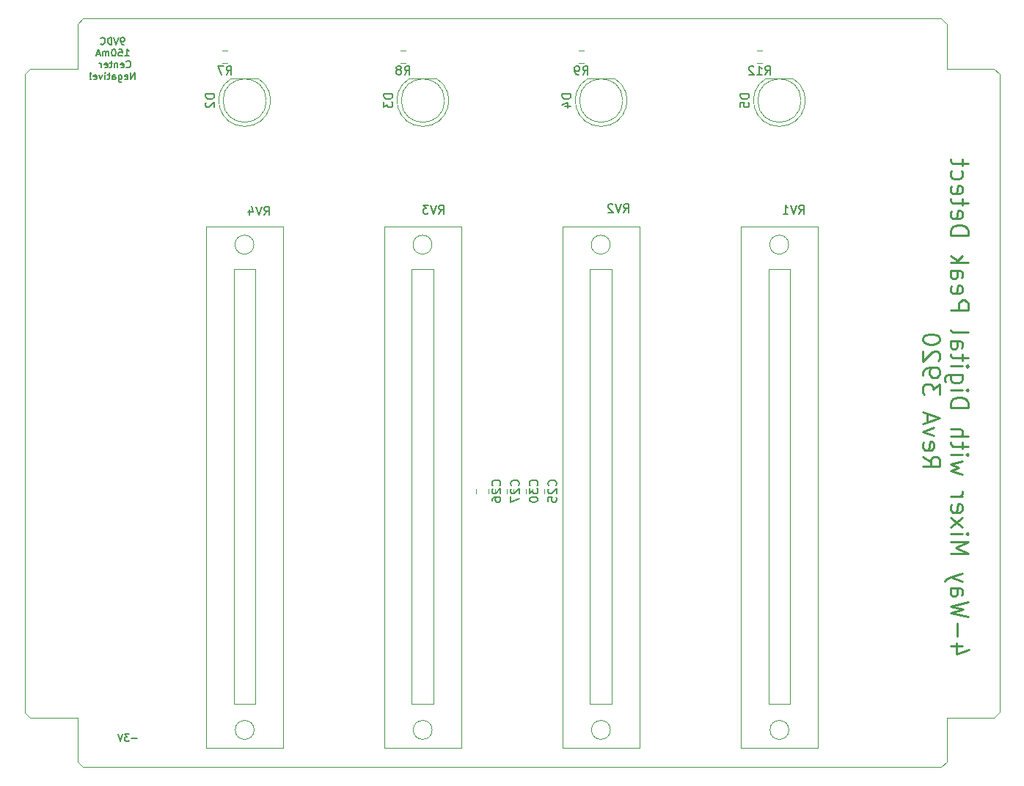
<source format=gbr>
%TF.GenerationSoftware,KiCad,Pcbnew,(5.1.6-0-10_14)*%
%TF.CreationDate,2020-09-25T11:35:30+01:00*%
%TF.ProjectId,DigitalMixerPedal,44696769-7461-46c4-9d69-786572506564,rev?*%
%TF.SameCoordinates,Original*%
%TF.FileFunction,Legend,Bot*%
%TF.FilePolarity,Positive*%
%FSLAX46Y46*%
G04 Gerber Fmt 4.6, Leading zero omitted, Abs format (unit mm)*
G04 Created by KiCad (PCBNEW (5.1.6-0-10_14)) date 2020-09-25 11:35:30*
%MOMM*%
%LPD*%
G01*
G04 APERTURE LIST*
%ADD10C,0.150000*%
%ADD11C,0.250000*%
%TA.AperFunction,Profile*%
%ADD12C,0.050000*%
%TD*%
%ADD13C,0.120000*%
G04 APERTURE END LIST*
D10*
X55130571Y-137661642D02*
X54521047Y-137661642D01*
X54216285Y-137166404D02*
X53721047Y-137166404D01*
X53987714Y-137471166D01*
X53873428Y-137471166D01*
X53797238Y-137509261D01*
X53759142Y-137547357D01*
X53721047Y-137623547D01*
X53721047Y-137814023D01*
X53759142Y-137890214D01*
X53797238Y-137928309D01*
X53873428Y-137966404D01*
X54102000Y-137966404D01*
X54178190Y-137928309D01*
X54216285Y-137890214D01*
X53492476Y-137166404D02*
X53225809Y-137966404D01*
X52959142Y-137166404D01*
D11*
X150389571Y-126964714D02*
X149056238Y-126964714D01*
X151151476Y-127440904D02*
X149722904Y-127917095D01*
X149722904Y-126679000D01*
X149818142Y-125917095D02*
X149818142Y-124393285D01*
X151056238Y-123631380D02*
X149056238Y-123155190D01*
X150484809Y-122774238D01*
X149056238Y-122393285D01*
X151056238Y-121917095D01*
X149056238Y-120298047D02*
X150103857Y-120298047D01*
X150294333Y-120393285D01*
X150389571Y-120583761D01*
X150389571Y-120964714D01*
X150294333Y-121155190D01*
X149151476Y-120298047D02*
X149056238Y-120488523D01*
X149056238Y-120964714D01*
X149151476Y-121155190D01*
X149341952Y-121250428D01*
X149532428Y-121250428D01*
X149722904Y-121155190D01*
X149818142Y-120964714D01*
X149818142Y-120488523D01*
X149913380Y-120298047D01*
X150389571Y-119536142D02*
X149056238Y-119059952D01*
X150389571Y-118583761D02*
X149056238Y-119059952D01*
X148580047Y-119250428D01*
X148484809Y-119345666D01*
X148389571Y-119536142D01*
X149056238Y-116298047D02*
X151056238Y-116298047D01*
X149627666Y-115631380D01*
X151056238Y-114964714D01*
X149056238Y-114964714D01*
X149056238Y-114012333D02*
X150389571Y-114012333D01*
X151056238Y-114012333D02*
X150961000Y-114107571D01*
X150865761Y-114012333D01*
X150961000Y-113917095D01*
X151056238Y-114012333D01*
X150865761Y-114012333D01*
X149056238Y-113250428D02*
X150389571Y-112202809D01*
X150389571Y-113250428D02*
X149056238Y-112202809D01*
X149151476Y-110679000D02*
X149056238Y-110869476D01*
X149056238Y-111250428D01*
X149151476Y-111440904D01*
X149341952Y-111536142D01*
X150103857Y-111536142D01*
X150294333Y-111440904D01*
X150389571Y-111250428D01*
X150389571Y-110869476D01*
X150294333Y-110679000D01*
X150103857Y-110583761D01*
X149913380Y-110583761D01*
X149722904Y-111536142D01*
X149056238Y-109726619D02*
X150389571Y-109726619D01*
X150008619Y-109726619D02*
X150199095Y-109631380D01*
X150294333Y-109536142D01*
X150389571Y-109345666D01*
X150389571Y-109155190D01*
X150389571Y-107155190D02*
X149056238Y-106774238D01*
X150008619Y-106393285D01*
X149056238Y-106012333D01*
X150389571Y-105631380D01*
X149056238Y-104869476D02*
X150389571Y-104869476D01*
X151056238Y-104869476D02*
X150961000Y-104964714D01*
X150865761Y-104869476D01*
X150961000Y-104774238D01*
X151056238Y-104869476D01*
X150865761Y-104869476D01*
X150389571Y-104202809D02*
X150389571Y-103440904D01*
X151056238Y-103917095D02*
X149341952Y-103917095D01*
X149151476Y-103821857D01*
X149056238Y-103631380D01*
X149056238Y-103440904D01*
X149056238Y-102774238D02*
X151056238Y-102774238D01*
X149056238Y-101917095D02*
X150103857Y-101917095D01*
X150294333Y-102012333D01*
X150389571Y-102202809D01*
X150389571Y-102488523D01*
X150294333Y-102679000D01*
X150199095Y-102774238D01*
X149056238Y-99440904D02*
X151056238Y-99440904D01*
X151056238Y-98964714D01*
X150961000Y-98679000D01*
X150770523Y-98488523D01*
X150580047Y-98393285D01*
X150199095Y-98298047D01*
X149913380Y-98298047D01*
X149532428Y-98393285D01*
X149341952Y-98488523D01*
X149151476Y-98679000D01*
X149056238Y-98964714D01*
X149056238Y-99440904D01*
X149056238Y-97440904D02*
X150389571Y-97440904D01*
X151056238Y-97440904D02*
X150961000Y-97536142D01*
X150865761Y-97440904D01*
X150961000Y-97345666D01*
X151056238Y-97440904D01*
X150865761Y-97440904D01*
X150389571Y-95631380D02*
X148770523Y-95631380D01*
X148580047Y-95726619D01*
X148484809Y-95821857D01*
X148389571Y-96012333D01*
X148389571Y-96298047D01*
X148484809Y-96488523D01*
X149151476Y-95631380D02*
X149056238Y-95821857D01*
X149056238Y-96202809D01*
X149151476Y-96393285D01*
X149246714Y-96488523D01*
X149437190Y-96583761D01*
X150008619Y-96583761D01*
X150199095Y-96488523D01*
X150294333Y-96393285D01*
X150389571Y-96202809D01*
X150389571Y-95821857D01*
X150294333Y-95631380D01*
X149056238Y-94679000D02*
X150389571Y-94679000D01*
X151056238Y-94679000D02*
X150961000Y-94774238D01*
X150865761Y-94679000D01*
X150961000Y-94583761D01*
X151056238Y-94679000D01*
X150865761Y-94679000D01*
X150389571Y-94012333D02*
X150389571Y-93250428D01*
X151056238Y-93726619D02*
X149341952Y-93726619D01*
X149151476Y-93631380D01*
X149056238Y-93440904D01*
X149056238Y-93250428D01*
X149056238Y-91726619D02*
X150103857Y-91726619D01*
X150294333Y-91821857D01*
X150389571Y-92012333D01*
X150389571Y-92393285D01*
X150294333Y-92583761D01*
X149151476Y-91726619D02*
X149056238Y-91917095D01*
X149056238Y-92393285D01*
X149151476Y-92583761D01*
X149341952Y-92679000D01*
X149532428Y-92679000D01*
X149722904Y-92583761D01*
X149818142Y-92393285D01*
X149818142Y-91917095D01*
X149913380Y-91726619D01*
X149056238Y-90488523D02*
X149151476Y-90679000D01*
X149341952Y-90774238D01*
X151056238Y-90774238D01*
X149056238Y-88202809D02*
X151056238Y-88202809D01*
X151056238Y-87440904D01*
X150961000Y-87250428D01*
X150865761Y-87155190D01*
X150675285Y-87059952D01*
X150389571Y-87059952D01*
X150199095Y-87155190D01*
X150103857Y-87250428D01*
X150008619Y-87440904D01*
X150008619Y-88202809D01*
X149151476Y-85440904D02*
X149056238Y-85631380D01*
X149056238Y-86012333D01*
X149151476Y-86202809D01*
X149341952Y-86298047D01*
X150103857Y-86298047D01*
X150294333Y-86202809D01*
X150389571Y-86012333D01*
X150389571Y-85631380D01*
X150294333Y-85440904D01*
X150103857Y-85345666D01*
X149913380Y-85345666D01*
X149722904Y-86298047D01*
X149056238Y-83631380D02*
X150103857Y-83631380D01*
X150294333Y-83726619D01*
X150389571Y-83917095D01*
X150389571Y-84298047D01*
X150294333Y-84488523D01*
X149151476Y-83631380D02*
X149056238Y-83821857D01*
X149056238Y-84298047D01*
X149151476Y-84488523D01*
X149341952Y-84583761D01*
X149532428Y-84583761D01*
X149722904Y-84488523D01*
X149818142Y-84298047D01*
X149818142Y-83821857D01*
X149913380Y-83631380D01*
X149056238Y-82679000D02*
X151056238Y-82679000D01*
X149818142Y-82488523D02*
X149056238Y-81917095D01*
X150389571Y-81917095D02*
X149627666Y-82679000D01*
X149056238Y-79536142D02*
X151056238Y-79536142D01*
X151056238Y-79059952D01*
X150961000Y-78774238D01*
X150770523Y-78583761D01*
X150580047Y-78488523D01*
X150199095Y-78393285D01*
X149913380Y-78393285D01*
X149532428Y-78488523D01*
X149341952Y-78583761D01*
X149151476Y-78774238D01*
X149056238Y-79059952D01*
X149056238Y-79536142D01*
X149151476Y-76774238D02*
X149056238Y-76964714D01*
X149056238Y-77345666D01*
X149151476Y-77536142D01*
X149341952Y-77631380D01*
X150103857Y-77631380D01*
X150294333Y-77536142D01*
X150389571Y-77345666D01*
X150389571Y-76964714D01*
X150294333Y-76774238D01*
X150103857Y-76679000D01*
X149913380Y-76679000D01*
X149722904Y-77631380D01*
X150389571Y-76107571D02*
X150389571Y-75345666D01*
X151056238Y-75821857D02*
X149341952Y-75821857D01*
X149151476Y-75726619D01*
X149056238Y-75536142D01*
X149056238Y-75345666D01*
X149151476Y-73917095D02*
X149056238Y-74107571D01*
X149056238Y-74488523D01*
X149151476Y-74679000D01*
X149341952Y-74774238D01*
X150103857Y-74774238D01*
X150294333Y-74679000D01*
X150389571Y-74488523D01*
X150389571Y-74107571D01*
X150294333Y-73917095D01*
X150103857Y-73821857D01*
X149913380Y-73821857D01*
X149722904Y-74774238D01*
X149151476Y-72107571D02*
X149056238Y-72298047D01*
X149056238Y-72679000D01*
X149151476Y-72869476D01*
X149246714Y-72964714D01*
X149437190Y-73059952D01*
X150008619Y-73059952D01*
X150199095Y-72964714D01*
X150294333Y-72869476D01*
X150389571Y-72679000D01*
X150389571Y-72298047D01*
X150294333Y-72107571D01*
X150389571Y-71536142D02*
X150389571Y-70774238D01*
X151056238Y-71250428D02*
X149341952Y-71250428D01*
X149151476Y-71155190D01*
X149056238Y-70964714D01*
X149056238Y-70774238D01*
X145806238Y-105107571D02*
X146758619Y-105774238D01*
X145806238Y-106250428D02*
X147806238Y-106250428D01*
X147806238Y-105488523D01*
X147711000Y-105298047D01*
X147615761Y-105202809D01*
X147425285Y-105107571D01*
X147139571Y-105107571D01*
X146949095Y-105202809D01*
X146853857Y-105298047D01*
X146758619Y-105488523D01*
X146758619Y-106250428D01*
X145901476Y-103488523D02*
X145806238Y-103679000D01*
X145806238Y-104059952D01*
X145901476Y-104250428D01*
X146091952Y-104345666D01*
X146853857Y-104345666D01*
X147044333Y-104250428D01*
X147139571Y-104059952D01*
X147139571Y-103679000D01*
X147044333Y-103488523D01*
X146853857Y-103393285D01*
X146663380Y-103393285D01*
X146472904Y-104345666D01*
X147139571Y-102726619D02*
X145806238Y-102250428D01*
X147139571Y-101774238D01*
X146377666Y-101107571D02*
X146377666Y-100155190D01*
X145806238Y-101298047D02*
X147806238Y-100631380D01*
X145806238Y-99964714D01*
X147806238Y-97964714D02*
X147806238Y-96726619D01*
X147044333Y-97393285D01*
X147044333Y-97107571D01*
X146949095Y-96917095D01*
X146853857Y-96821857D01*
X146663380Y-96726619D01*
X146187190Y-96726619D01*
X145996714Y-96821857D01*
X145901476Y-96917095D01*
X145806238Y-97107571D01*
X145806238Y-97679000D01*
X145901476Y-97869476D01*
X145996714Y-97964714D01*
X145806238Y-95774238D02*
X145806238Y-95393285D01*
X145901476Y-95202809D01*
X145996714Y-95107571D01*
X146282428Y-94917095D01*
X146663380Y-94821857D01*
X147425285Y-94821857D01*
X147615761Y-94917095D01*
X147711000Y-95012333D01*
X147806238Y-95202809D01*
X147806238Y-95583761D01*
X147711000Y-95774238D01*
X147615761Y-95869476D01*
X147425285Y-95964714D01*
X146949095Y-95964714D01*
X146758619Y-95869476D01*
X146663380Y-95774238D01*
X146568142Y-95583761D01*
X146568142Y-95202809D01*
X146663380Y-95012333D01*
X146758619Y-94917095D01*
X146949095Y-94821857D01*
X147615761Y-94059952D02*
X147711000Y-93964714D01*
X147806238Y-93774238D01*
X147806238Y-93298047D01*
X147711000Y-93107571D01*
X147615761Y-93012333D01*
X147425285Y-92917095D01*
X147234809Y-92917095D01*
X146949095Y-93012333D01*
X145806238Y-94155190D01*
X145806238Y-92917095D01*
X147806238Y-91679000D02*
X147806238Y-91488523D01*
X147711000Y-91298047D01*
X147615761Y-91202809D01*
X147425285Y-91107571D01*
X147044333Y-91012333D01*
X146568142Y-91012333D01*
X146187190Y-91107571D01*
X145996714Y-91202809D01*
X145901476Y-91298047D01*
X145806238Y-91488523D01*
X145806238Y-91679000D01*
X145901476Y-91869476D01*
X145996714Y-91964714D01*
X146187190Y-92059952D01*
X146568142Y-92155190D01*
X147044333Y-92155190D01*
X147425285Y-92059952D01*
X147615761Y-91964714D01*
X147711000Y-91869476D01*
X147806238Y-91679000D01*
D10*
X53619238Y-57518904D02*
X53466857Y-57518904D01*
X53390666Y-57480809D01*
X53352571Y-57442714D01*
X53276380Y-57328428D01*
X53238285Y-57176047D01*
X53238285Y-56871285D01*
X53276380Y-56795095D01*
X53314476Y-56757000D01*
X53390666Y-56718904D01*
X53543047Y-56718904D01*
X53619238Y-56757000D01*
X53657333Y-56795095D01*
X53695428Y-56871285D01*
X53695428Y-57061761D01*
X53657333Y-57137952D01*
X53619238Y-57176047D01*
X53543047Y-57214142D01*
X53390666Y-57214142D01*
X53314476Y-57176047D01*
X53276380Y-57137952D01*
X53238285Y-57061761D01*
X53009714Y-56718904D02*
X52743047Y-57518904D01*
X52476380Y-56718904D01*
X52209714Y-57518904D02*
X52209714Y-56718904D01*
X52019238Y-56718904D01*
X51904952Y-56757000D01*
X51828761Y-56833190D01*
X51790666Y-56909380D01*
X51752571Y-57061761D01*
X51752571Y-57176047D01*
X51790666Y-57328428D01*
X51828761Y-57404619D01*
X51904952Y-57480809D01*
X52019238Y-57518904D01*
X52209714Y-57518904D01*
X50952571Y-57442714D02*
X50990666Y-57480809D01*
X51104952Y-57518904D01*
X51181142Y-57518904D01*
X51295428Y-57480809D01*
X51371619Y-57404619D01*
X51409714Y-57328428D01*
X51447809Y-57176047D01*
X51447809Y-57061761D01*
X51409714Y-56909380D01*
X51371619Y-56833190D01*
X51295428Y-56757000D01*
X51181142Y-56718904D01*
X51104952Y-56718904D01*
X50990666Y-56757000D01*
X50952571Y-56795095D01*
X53733523Y-58868904D02*
X54190666Y-58868904D01*
X53962095Y-58868904D02*
X53962095Y-58068904D01*
X54038285Y-58183190D01*
X54114476Y-58259380D01*
X54190666Y-58297476D01*
X53009714Y-58068904D02*
X53390666Y-58068904D01*
X53428761Y-58449857D01*
X53390666Y-58411761D01*
X53314476Y-58373666D01*
X53124000Y-58373666D01*
X53047809Y-58411761D01*
X53009714Y-58449857D01*
X52971619Y-58526047D01*
X52971619Y-58716523D01*
X53009714Y-58792714D01*
X53047809Y-58830809D01*
X53124000Y-58868904D01*
X53314476Y-58868904D01*
X53390666Y-58830809D01*
X53428761Y-58792714D01*
X52476380Y-58068904D02*
X52400190Y-58068904D01*
X52324000Y-58107000D01*
X52285904Y-58145095D01*
X52247809Y-58221285D01*
X52209714Y-58373666D01*
X52209714Y-58564142D01*
X52247809Y-58716523D01*
X52285904Y-58792714D01*
X52324000Y-58830809D01*
X52400190Y-58868904D01*
X52476380Y-58868904D01*
X52552571Y-58830809D01*
X52590666Y-58792714D01*
X52628761Y-58716523D01*
X52666857Y-58564142D01*
X52666857Y-58373666D01*
X52628761Y-58221285D01*
X52590666Y-58145095D01*
X52552571Y-58107000D01*
X52476380Y-58068904D01*
X51866857Y-58868904D02*
X51866857Y-58335571D01*
X51866857Y-58411761D02*
X51828761Y-58373666D01*
X51752571Y-58335571D01*
X51638285Y-58335571D01*
X51562095Y-58373666D01*
X51524000Y-58449857D01*
X51524000Y-58868904D01*
X51524000Y-58449857D02*
X51485904Y-58373666D01*
X51409714Y-58335571D01*
X51295428Y-58335571D01*
X51219238Y-58373666D01*
X51181142Y-58449857D01*
X51181142Y-58868904D01*
X50838285Y-58640333D02*
X50457333Y-58640333D01*
X50914476Y-58868904D02*
X50647809Y-58068904D01*
X50381142Y-58868904D01*
X53904952Y-60142714D02*
X53943047Y-60180809D01*
X54057333Y-60218904D01*
X54133523Y-60218904D01*
X54247809Y-60180809D01*
X54324000Y-60104619D01*
X54362095Y-60028428D01*
X54400190Y-59876047D01*
X54400190Y-59761761D01*
X54362095Y-59609380D01*
X54324000Y-59533190D01*
X54247809Y-59457000D01*
X54133523Y-59418904D01*
X54057333Y-59418904D01*
X53943047Y-59457000D01*
X53904952Y-59495095D01*
X53257333Y-60180809D02*
X53333523Y-60218904D01*
X53485904Y-60218904D01*
X53562095Y-60180809D01*
X53600190Y-60104619D01*
X53600190Y-59799857D01*
X53562095Y-59723666D01*
X53485904Y-59685571D01*
X53333523Y-59685571D01*
X53257333Y-59723666D01*
X53219238Y-59799857D01*
X53219238Y-59876047D01*
X53600190Y-59952238D01*
X52876380Y-59685571D02*
X52876380Y-60218904D01*
X52876380Y-59761761D02*
X52838285Y-59723666D01*
X52762095Y-59685571D01*
X52647809Y-59685571D01*
X52571619Y-59723666D01*
X52533523Y-59799857D01*
X52533523Y-60218904D01*
X52266857Y-59685571D02*
X51962095Y-59685571D01*
X52152571Y-59418904D02*
X52152571Y-60104619D01*
X52114476Y-60180809D01*
X52038285Y-60218904D01*
X51962095Y-60218904D01*
X51390666Y-60180809D02*
X51466857Y-60218904D01*
X51619238Y-60218904D01*
X51695428Y-60180809D01*
X51733523Y-60104619D01*
X51733523Y-59799857D01*
X51695428Y-59723666D01*
X51619238Y-59685571D01*
X51466857Y-59685571D01*
X51390666Y-59723666D01*
X51352571Y-59799857D01*
X51352571Y-59876047D01*
X51733523Y-59952238D01*
X51009714Y-60218904D02*
X51009714Y-59685571D01*
X51009714Y-59837952D02*
X50971619Y-59761761D01*
X50933523Y-59723666D01*
X50857333Y-59685571D01*
X50781142Y-59685571D01*
X54876380Y-61568904D02*
X54876380Y-60768904D01*
X54419238Y-61568904D01*
X54419238Y-60768904D01*
X53733523Y-61530809D02*
X53809714Y-61568904D01*
X53962095Y-61568904D01*
X54038285Y-61530809D01*
X54076380Y-61454619D01*
X54076380Y-61149857D01*
X54038285Y-61073666D01*
X53962095Y-61035571D01*
X53809714Y-61035571D01*
X53733523Y-61073666D01*
X53695428Y-61149857D01*
X53695428Y-61226047D01*
X54076380Y-61302238D01*
X53009714Y-61035571D02*
X53009714Y-61683190D01*
X53047809Y-61759380D01*
X53085904Y-61797476D01*
X53162095Y-61835571D01*
X53276380Y-61835571D01*
X53352571Y-61797476D01*
X53009714Y-61530809D02*
X53085904Y-61568904D01*
X53238285Y-61568904D01*
X53314476Y-61530809D01*
X53352571Y-61492714D01*
X53390666Y-61416523D01*
X53390666Y-61187952D01*
X53352571Y-61111761D01*
X53314476Y-61073666D01*
X53238285Y-61035571D01*
X53085904Y-61035571D01*
X53009714Y-61073666D01*
X52285904Y-61568904D02*
X52285904Y-61149857D01*
X52324000Y-61073666D01*
X52400190Y-61035571D01*
X52552571Y-61035571D01*
X52628761Y-61073666D01*
X52285904Y-61530809D02*
X52362095Y-61568904D01*
X52552571Y-61568904D01*
X52628761Y-61530809D01*
X52666857Y-61454619D01*
X52666857Y-61378428D01*
X52628761Y-61302238D01*
X52552571Y-61264142D01*
X52362095Y-61264142D01*
X52285904Y-61226047D01*
X52019238Y-61035571D02*
X51714476Y-61035571D01*
X51904952Y-60768904D02*
X51904952Y-61454619D01*
X51866857Y-61530809D01*
X51790666Y-61568904D01*
X51714476Y-61568904D01*
X51447809Y-61568904D02*
X51447809Y-61035571D01*
X51447809Y-60768904D02*
X51485904Y-60807000D01*
X51447809Y-60845095D01*
X51409714Y-60807000D01*
X51447809Y-60768904D01*
X51447809Y-60845095D01*
X51143047Y-61035571D02*
X50952571Y-61568904D01*
X50762095Y-61035571D01*
X50152571Y-61530809D02*
X50228761Y-61568904D01*
X50381142Y-61568904D01*
X50457333Y-61530809D01*
X50495428Y-61454619D01*
X50495428Y-61149857D01*
X50457333Y-61073666D01*
X50381142Y-61035571D01*
X50228761Y-61035571D01*
X50152571Y-61073666D01*
X50114476Y-61149857D01*
X50114476Y-61226047D01*
X50495428Y-61302238D01*
X49771619Y-61492714D02*
X49733523Y-61530809D01*
X49771619Y-61568904D01*
X49809714Y-61530809D01*
X49771619Y-61492714D01*
X49771619Y-61568904D01*
X49771619Y-61264142D02*
X49809714Y-60807000D01*
X49771619Y-60768904D01*
X49733523Y-60807000D01*
X49771619Y-61264142D01*
X49771619Y-60768904D01*
D12*
X148590000Y-140335000D02*
X147955000Y-140970000D01*
X148590000Y-135255000D02*
X148590000Y-140335000D01*
X154051000Y-135255000D02*
X148590000Y-135255000D01*
X154686000Y-134620000D02*
X154051000Y-135255000D01*
X154686000Y-60960000D02*
X154686000Y-134620000D01*
X154051000Y-60325000D02*
X154686000Y-60960000D01*
X148590000Y-60325000D02*
X154051000Y-60325000D01*
X148590000Y-55181500D02*
X148590000Y-60325000D01*
X147955000Y-54546500D02*
X148590000Y-55181500D01*
X48895000Y-54546500D02*
X147955000Y-54546500D01*
X48260000Y-55181500D02*
X48895000Y-54546500D01*
X48260000Y-60325000D02*
X48260000Y-55181500D01*
X42799000Y-60325000D02*
X48260000Y-60325000D01*
X42164000Y-60960000D02*
X42799000Y-60325000D01*
X42164000Y-134683500D02*
X42164000Y-60960000D01*
X42799000Y-135318500D02*
X42164000Y-134683500D01*
X48260000Y-135318500D02*
X42799000Y-135318500D01*
X48260000Y-140335000D02*
X48260000Y-135318500D01*
X48895000Y-140970000D02*
X48260000Y-140335000D01*
X147955000Y-140970000D02*
X48895000Y-140970000D01*
D13*
%TO.C,R12*%
X126738748Y-58218000D02*
X127261252Y-58218000D01*
X126738748Y-59638000D02*
X127261252Y-59638000D01*
%TO.C,R9*%
X106164748Y-58218000D02*
X106687252Y-58218000D01*
X106164748Y-59638000D02*
X106687252Y-59638000D01*
%TO.C,R8*%
X85590748Y-58218000D02*
X86113252Y-58218000D01*
X85590748Y-59638000D02*
X86113252Y-59638000D01*
%TO.C,R7*%
X65016748Y-58218000D02*
X65539252Y-58218000D01*
X65016748Y-59638000D02*
X65539252Y-59638000D01*
%TO.C,D5*%
X127741000Y-61448000D02*
X130831000Y-61448000D01*
X131786000Y-64008000D02*
G75*
G03*
X131786000Y-64008000I-2500000J0D01*
G01*
X129285538Y-66998000D02*
G75*
G03*
X130830830Y-61448000I462J2990000D01*
G01*
X129286462Y-66998000D02*
G75*
G02*
X127741170Y-61448000I-462J2990000D01*
G01*
%TO.C,D4*%
X107167000Y-61448000D02*
X110257000Y-61448000D01*
X111212000Y-64008000D02*
G75*
G03*
X111212000Y-64008000I-2500000J0D01*
G01*
X108711538Y-66998000D02*
G75*
G03*
X110256830Y-61448000I462J2990000D01*
G01*
X108712462Y-66998000D02*
G75*
G02*
X107167170Y-61448000I-462J2990000D01*
G01*
%TO.C,D3*%
X86593000Y-61448000D02*
X89683000Y-61448000D01*
X90638000Y-64008000D02*
G75*
G03*
X90638000Y-64008000I-2500000J0D01*
G01*
X88137538Y-66998000D02*
G75*
G03*
X89682830Y-61448000I462J2990000D01*
G01*
X88138462Y-66998000D02*
G75*
G02*
X86593170Y-61448000I-462J2990000D01*
G01*
%TO.C,D2*%
X66019000Y-61448000D02*
X69109000Y-61448000D01*
X70064000Y-64008000D02*
G75*
G03*
X70064000Y-64008000I-2500000J0D01*
G01*
X67563538Y-66998000D02*
G75*
G03*
X69108830Y-61448000I462J2990000D01*
G01*
X67564462Y-66998000D02*
G75*
G02*
X66019170Y-61448000I-462J2990000D01*
G01*
%TO.C,C30*%
X98604000Y-109354252D02*
X98604000Y-108831748D01*
X100024000Y-109354252D02*
X100024000Y-108831748D01*
%TO.C,C27*%
X96445000Y-109354252D02*
X96445000Y-108831748D01*
X97865000Y-109354252D02*
X97865000Y-108831748D01*
%TO.C,C26*%
X94286000Y-109354252D02*
X94286000Y-108831748D01*
X95706000Y-109354252D02*
X95706000Y-108831748D01*
%TO.C,C25*%
X100763000Y-109354252D02*
X100763000Y-108831748D01*
X102183000Y-109354252D02*
X102183000Y-108831748D01*
%TO.C,RV3*%
X89179695Y-80645000D02*
G75*
G03*
X89179695Y-80645000I-1092495J0D01*
G01*
X89205095Y-136677400D02*
G75*
G03*
X89205095Y-136677400I-1092495J0D01*
G01*
X83667600Y-78562200D02*
X92557600Y-78562200D01*
X92557600Y-78562200D02*
X92557600Y-138760200D01*
X92557600Y-138760200D02*
X83667600Y-138760200D01*
X83667600Y-138760200D02*
X83667600Y-78562200D01*
X89331800Y-133705600D02*
X89331800Y-83489800D01*
X86842600Y-83489800D02*
X86842600Y-133705600D01*
X86842600Y-133705600D02*
X89331800Y-133705600D01*
X89331800Y-83489800D02*
X86842600Y-83489800D01*
%TO.C,RV4*%
X68631095Y-80645000D02*
G75*
G03*
X68631095Y-80645000I-1092495J0D01*
G01*
X68656495Y-136677400D02*
G75*
G03*
X68656495Y-136677400I-1092495J0D01*
G01*
X63119000Y-78562200D02*
X72009000Y-78562200D01*
X72009000Y-78562200D02*
X72009000Y-138760200D01*
X72009000Y-138760200D02*
X63119000Y-138760200D01*
X63119000Y-138760200D02*
X63119000Y-78562200D01*
X68783200Y-133705600D02*
X68783200Y-83489800D01*
X66294000Y-83489800D02*
X66294000Y-133705600D01*
X66294000Y-133705600D02*
X68783200Y-133705600D01*
X68783200Y-83489800D02*
X66294000Y-83489800D01*
%TO.C,RV2*%
X109753695Y-80645000D02*
G75*
G03*
X109753695Y-80645000I-1092495J0D01*
G01*
X109779095Y-136677400D02*
G75*
G03*
X109779095Y-136677400I-1092495J0D01*
G01*
X104241600Y-78562200D02*
X113131600Y-78562200D01*
X113131600Y-78562200D02*
X113131600Y-138760200D01*
X113131600Y-138760200D02*
X104241600Y-138760200D01*
X104241600Y-138760200D02*
X104241600Y-78562200D01*
X109905800Y-133705600D02*
X109905800Y-83489800D01*
X107416600Y-83489800D02*
X107416600Y-133705600D01*
X107416600Y-133705600D02*
X109905800Y-133705600D01*
X109905800Y-83489800D02*
X107416600Y-83489800D01*
%TO.C,RV1*%
X130353095Y-80645000D02*
G75*
G03*
X130353095Y-80645000I-1092495J0D01*
G01*
X130378495Y-136677400D02*
G75*
G03*
X130378495Y-136677400I-1092495J0D01*
G01*
X124841000Y-78562200D02*
X133731000Y-78562200D01*
X133731000Y-78562200D02*
X133731000Y-138760200D01*
X133731000Y-138760200D02*
X124841000Y-138760200D01*
X124841000Y-138760200D02*
X124841000Y-78562200D01*
X130505200Y-133705600D02*
X130505200Y-83489800D01*
X128016000Y-83489800D02*
X128016000Y-133705600D01*
X128016000Y-133705600D02*
X130505200Y-133705600D01*
X130505200Y-83489800D02*
X128016000Y-83489800D01*
%TD*%
%TO.C,R12*%
D10*
X127642857Y-61030380D02*
X127976190Y-60554190D01*
X128214285Y-61030380D02*
X128214285Y-60030380D01*
X127833333Y-60030380D01*
X127738095Y-60078000D01*
X127690476Y-60125619D01*
X127642857Y-60220857D01*
X127642857Y-60363714D01*
X127690476Y-60458952D01*
X127738095Y-60506571D01*
X127833333Y-60554190D01*
X128214285Y-60554190D01*
X126690476Y-61030380D02*
X127261904Y-61030380D01*
X126976190Y-61030380D02*
X126976190Y-60030380D01*
X127071428Y-60173238D01*
X127166666Y-60268476D01*
X127261904Y-60316095D01*
X126309523Y-60125619D02*
X126261904Y-60078000D01*
X126166666Y-60030380D01*
X125928571Y-60030380D01*
X125833333Y-60078000D01*
X125785714Y-60125619D01*
X125738095Y-60220857D01*
X125738095Y-60316095D01*
X125785714Y-60458952D01*
X126357142Y-61030380D01*
X125738095Y-61030380D01*
%TO.C,R9*%
X106592666Y-61030380D02*
X106926000Y-60554190D01*
X107164095Y-61030380D02*
X107164095Y-60030380D01*
X106783142Y-60030380D01*
X106687904Y-60078000D01*
X106640285Y-60125619D01*
X106592666Y-60220857D01*
X106592666Y-60363714D01*
X106640285Y-60458952D01*
X106687904Y-60506571D01*
X106783142Y-60554190D01*
X107164095Y-60554190D01*
X106116476Y-61030380D02*
X105926000Y-61030380D01*
X105830761Y-60982761D01*
X105783142Y-60935142D01*
X105687904Y-60792285D01*
X105640285Y-60601809D01*
X105640285Y-60220857D01*
X105687904Y-60125619D01*
X105735523Y-60078000D01*
X105830761Y-60030380D01*
X106021238Y-60030380D01*
X106116476Y-60078000D01*
X106164095Y-60125619D01*
X106211714Y-60220857D01*
X106211714Y-60458952D01*
X106164095Y-60554190D01*
X106116476Y-60601809D01*
X106021238Y-60649428D01*
X105830761Y-60649428D01*
X105735523Y-60601809D01*
X105687904Y-60554190D01*
X105640285Y-60458952D01*
%TO.C,R8*%
X86018666Y-61030380D02*
X86352000Y-60554190D01*
X86590095Y-61030380D02*
X86590095Y-60030380D01*
X86209142Y-60030380D01*
X86113904Y-60078000D01*
X86066285Y-60125619D01*
X86018666Y-60220857D01*
X86018666Y-60363714D01*
X86066285Y-60458952D01*
X86113904Y-60506571D01*
X86209142Y-60554190D01*
X86590095Y-60554190D01*
X85447238Y-60458952D02*
X85542476Y-60411333D01*
X85590095Y-60363714D01*
X85637714Y-60268476D01*
X85637714Y-60220857D01*
X85590095Y-60125619D01*
X85542476Y-60078000D01*
X85447238Y-60030380D01*
X85256761Y-60030380D01*
X85161523Y-60078000D01*
X85113904Y-60125619D01*
X85066285Y-60220857D01*
X85066285Y-60268476D01*
X85113904Y-60363714D01*
X85161523Y-60411333D01*
X85256761Y-60458952D01*
X85447238Y-60458952D01*
X85542476Y-60506571D01*
X85590095Y-60554190D01*
X85637714Y-60649428D01*
X85637714Y-60839904D01*
X85590095Y-60935142D01*
X85542476Y-60982761D01*
X85447238Y-61030380D01*
X85256761Y-61030380D01*
X85161523Y-60982761D01*
X85113904Y-60935142D01*
X85066285Y-60839904D01*
X85066285Y-60649428D01*
X85113904Y-60554190D01*
X85161523Y-60506571D01*
X85256761Y-60458952D01*
%TO.C,R7*%
X65444666Y-61030380D02*
X65778000Y-60554190D01*
X66016095Y-61030380D02*
X66016095Y-60030380D01*
X65635142Y-60030380D01*
X65539904Y-60078000D01*
X65492285Y-60125619D01*
X65444666Y-60220857D01*
X65444666Y-60363714D01*
X65492285Y-60458952D01*
X65539904Y-60506571D01*
X65635142Y-60554190D01*
X66016095Y-60554190D01*
X65111333Y-60030380D02*
X64444666Y-60030380D01*
X64873238Y-61030380D01*
%TO.C,D5*%
X125778380Y-63269904D02*
X124778380Y-63269904D01*
X124778380Y-63508000D01*
X124826000Y-63650857D01*
X124921238Y-63746095D01*
X125016476Y-63793714D01*
X125206952Y-63841333D01*
X125349809Y-63841333D01*
X125540285Y-63793714D01*
X125635523Y-63746095D01*
X125730761Y-63650857D01*
X125778380Y-63508000D01*
X125778380Y-63269904D01*
X124778380Y-64746095D02*
X124778380Y-64269904D01*
X125254571Y-64222285D01*
X125206952Y-64269904D01*
X125159333Y-64365142D01*
X125159333Y-64603238D01*
X125206952Y-64698476D01*
X125254571Y-64746095D01*
X125349809Y-64793714D01*
X125587904Y-64793714D01*
X125683142Y-64746095D01*
X125730761Y-64698476D01*
X125778380Y-64603238D01*
X125778380Y-64365142D01*
X125730761Y-64269904D01*
X125683142Y-64222285D01*
%TO.C,D4*%
X105204380Y-63269904D02*
X104204380Y-63269904D01*
X104204380Y-63508000D01*
X104252000Y-63650857D01*
X104347238Y-63746095D01*
X104442476Y-63793714D01*
X104632952Y-63841333D01*
X104775809Y-63841333D01*
X104966285Y-63793714D01*
X105061523Y-63746095D01*
X105156761Y-63650857D01*
X105204380Y-63508000D01*
X105204380Y-63269904D01*
X104537714Y-64698476D02*
X105204380Y-64698476D01*
X104156761Y-64460380D02*
X104871047Y-64222285D01*
X104871047Y-64841333D01*
%TO.C,D3*%
X84630380Y-63269904D02*
X83630380Y-63269904D01*
X83630380Y-63508000D01*
X83678000Y-63650857D01*
X83773238Y-63746095D01*
X83868476Y-63793714D01*
X84058952Y-63841333D01*
X84201809Y-63841333D01*
X84392285Y-63793714D01*
X84487523Y-63746095D01*
X84582761Y-63650857D01*
X84630380Y-63508000D01*
X84630380Y-63269904D01*
X83630380Y-64174666D02*
X83630380Y-64793714D01*
X84011333Y-64460380D01*
X84011333Y-64603238D01*
X84058952Y-64698476D01*
X84106571Y-64746095D01*
X84201809Y-64793714D01*
X84439904Y-64793714D01*
X84535142Y-64746095D01*
X84582761Y-64698476D01*
X84630380Y-64603238D01*
X84630380Y-64317523D01*
X84582761Y-64222285D01*
X84535142Y-64174666D01*
%TO.C,D2*%
X64056380Y-63269904D02*
X63056380Y-63269904D01*
X63056380Y-63508000D01*
X63104000Y-63650857D01*
X63199238Y-63746095D01*
X63294476Y-63793714D01*
X63484952Y-63841333D01*
X63627809Y-63841333D01*
X63818285Y-63793714D01*
X63913523Y-63746095D01*
X64008761Y-63650857D01*
X64056380Y-63508000D01*
X64056380Y-63269904D01*
X63151619Y-64222285D02*
X63104000Y-64269904D01*
X63056380Y-64365142D01*
X63056380Y-64603238D01*
X63104000Y-64698476D01*
X63151619Y-64746095D01*
X63246857Y-64793714D01*
X63342095Y-64793714D01*
X63484952Y-64746095D01*
X64056380Y-64174666D01*
X64056380Y-64793714D01*
%TO.C,C30*%
X101321142Y-108450142D02*
X101368761Y-108402523D01*
X101416380Y-108259666D01*
X101416380Y-108164428D01*
X101368761Y-108021571D01*
X101273523Y-107926333D01*
X101178285Y-107878714D01*
X100987809Y-107831095D01*
X100844952Y-107831095D01*
X100654476Y-107878714D01*
X100559238Y-107926333D01*
X100464000Y-108021571D01*
X100416380Y-108164428D01*
X100416380Y-108259666D01*
X100464000Y-108402523D01*
X100511619Y-108450142D01*
X100416380Y-108783476D02*
X100416380Y-109402523D01*
X100797333Y-109069190D01*
X100797333Y-109212047D01*
X100844952Y-109307285D01*
X100892571Y-109354904D01*
X100987809Y-109402523D01*
X101225904Y-109402523D01*
X101321142Y-109354904D01*
X101368761Y-109307285D01*
X101416380Y-109212047D01*
X101416380Y-108926333D01*
X101368761Y-108831095D01*
X101321142Y-108783476D01*
X100416380Y-110021571D02*
X100416380Y-110116809D01*
X100464000Y-110212047D01*
X100511619Y-110259666D01*
X100606857Y-110307285D01*
X100797333Y-110354904D01*
X101035428Y-110354904D01*
X101225904Y-110307285D01*
X101321142Y-110259666D01*
X101368761Y-110212047D01*
X101416380Y-110116809D01*
X101416380Y-110021571D01*
X101368761Y-109926333D01*
X101321142Y-109878714D01*
X101225904Y-109831095D01*
X101035428Y-109783476D01*
X100797333Y-109783476D01*
X100606857Y-109831095D01*
X100511619Y-109878714D01*
X100464000Y-109926333D01*
X100416380Y-110021571D01*
%TO.C,C27*%
X99162142Y-108450142D02*
X99209761Y-108402523D01*
X99257380Y-108259666D01*
X99257380Y-108164428D01*
X99209761Y-108021571D01*
X99114523Y-107926333D01*
X99019285Y-107878714D01*
X98828809Y-107831095D01*
X98685952Y-107831095D01*
X98495476Y-107878714D01*
X98400238Y-107926333D01*
X98305000Y-108021571D01*
X98257380Y-108164428D01*
X98257380Y-108259666D01*
X98305000Y-108402523D01*
X98352619Y-108450142D01*
X98352619Y-108831095D02*
X98305000Y-108878714D01*
X98257380Y-108973952D01*
X98257380Y-109212047D01*
X98305000Y-109307285D01*
X98352619Y-109354904D01*
X98447857Y-109402523D01*
X98543095Y-109402523D01*
X98685952Y-109354904D01*
X99257380Y-108783476D01*
X99257380Y-109402523D01*
X98257380Y-109735857D02*
X98257380Y-110402523D01*
X99257380Y-109973952D01*
%TO.C,C26*%
X97003142Y-108450142D02*
X97050761Y-108402523D01*
X97098380Y-108259666D01*
X97098380Y-108164428D01*
X97050761Y-108021571D01*
X96955523Y-107926333D01*
X96860285Y-107878714D01*
X96669809Y-107831095D01*
X96526952Y-107831095D01*
X96336476Y-107878714D01*
X96241238Y-107926333D01*
X96146000Y-108021571D01*
X96098380Y-108164428D01*
X96098380Y-108259666D01*
X96146000Y-108402523D01*
X96193619Y-108450142D01*
X96193619Y-108831095D02*
X96146000Y-108878714D01*
X96098380Y-108973952D01*
X96098380Y-109212047D01*
X96146000Y-109307285D01*
X96193619Y-109354904D01*
X96288857Y-109402523D01*
X96384095Y-109402523D01*
X96526952Y-109354904D01*
X97098380Y-108783476D01*
X97098380Y-109402523D01*
X96098380Y-110259666D02*
X96098380Y-110069190D01*
X96146000Y-109973952D01*
X96193619Y-109926333D01*
X96336476Y-109831095D01*
X96526952Y-109783476D01*
X96907904Y-109783476D01*
X97003142Y-109831095D01*
X97050761Y-109878714D01*
X97098380Y-109973952D01*
X97098380Y-110164428D01*
X97050761Y-110259666D01*
X97003142Y-110307285D01*
X96907904Y-110354904D01*
X96669809Y-110354904D01*
X96574571Y-110307285D01*
X96526952Y-110259666D01*
X96479333Y-110164428D01*
X96479333Y-109973952D01*
X96526952Y-109878714D01*
X96574571Y-109831095D01*
X96669809Y-109783476D01*
%TO.C,C25*%
X103480142Y-108450142D02*
X103527761Y-108402523D01*
X103575380Y-108259666D01*
X103575380Y-108164428D01*
X103527761Y-108021571D01*
X103432523Y-107926333D01*
X103337285Y-107878714D01*
X103146809Y-107831095D01*
X103003952Y-107831095D01*
X102813476Y-107878714D01*
X102718238Y-107926333D01*
X102623000Y-108021571D01*
X102575380Y-108164428D01*
X102575380Y-108259666D01*
X102623000Y-108402523D01*
X102670619Y-108450142D01*
X102670619Y-108831095D02*
X102623000Y-108878714D01*
X102575380Y-108973952D01*
X102575380Y-109212047D01*
X102623000Y-109307285D01*
X102670619Y-109354904D01*
X102765857Y-109402523D01*
X102861095Y-109402523D01*
X103003952Y-109354904D01*
X103575380Y-108783476D01*
X103575380Y-109402523D01*
X102575380Y-110307285D02*
X102575380Y-109831095D01*
X103051571Y-109783476D01*
X103003952Y-109831095D01*
X102956333Y-109926333D01*
X102956333Y-110164428D01*
X103003952Y-110259666D01*
X103051571Y-110307285D01*
X103146809Y-110354904D01*
X103384904Y-110354904D01*
X103480142Y-110307285D01*
X103527761Y-110259666D01*
X103575380Y-110164428D01*
X103575380Y-109926333D01*
X103527761Y-109831095D01*
X103480142Y-109783476D01*
%TO.C,RV3*%
X89952438Y-77084180D02*
X90285771Y-76607990D01*
X90523866Y-77084180D02*
X90523866Y-76084180D01*
X90142914Y-76084180D01*
X90047676Y-76131800D01*
X90000057Y-76179419D01*
X89952438Y-76274657D01*
X89952438Y-76417514D01*
X90000057Y-76512752D01*
X90047676Y-76560371D01*
X90142914Y-76607990D01*
X90523866Y-76607990D01*
X89666723Y-76084180D02*
X89333390Y-77084180D01*
X89000057Y-76084180D01*
X88761961Y-76084180D02*
X88142914Y-76084180D01*
X88476247Y-76465133D01*
X88333390Y-76465133D01*
X88238152Y-76512752D01*
X88190533Y-76560371D01*
X88142914Y-76655609D01*
X88142914Y-76893704D01*
X88190533Y-76988942D01*
X88238152Y-77036561D01*
X88333390Y-77084180D01*
X88619104Y-77084180D01*
X88714342Y-77036561D01*
X88761961Y-76988942D01*
%TO.C,RV4*%
X69810238Y-77236580D02*
X70143571Y-76760390D01*
X70381666Y-77236580D02*
X70381666Y-76236580D01*
X70000714Y-76236580D01*
X69905476Y-76284200D01*
X69857857Y-76331819D01*
X69810238Y-76427057D01*
X69810238Y-76569914D01*
X69857857Y-76665152D01*
X69905476Y-76712771D01*
X70000714Y-76760390D01*
X70381666Y-76760390D01*
X69524523Y-76236580D02*
X69191190Y-77236580D01*
X68857857Y-76236580D01*
X68095952Y-76569914D02*
X68095952Y-77236580D01*
X68334047Y-76188961D02*
X68572142Y-76903247D01*
X67953095Y-76903247D01*
%TO.C,RV2*%
X111288438Y-76957180D02*
X111621771Y-76480990D01*
X111859866Y-76957180D02*
X111859866Y-75957180D01*
X111478914Y-75957180D01*
X111383676Y-76004800D01*
X111336057Y-76052419D01*
X111288438Y-76147657D01*
X111288438Y-76290514D01*
X111336057Y-76385752D01*
X111383676Y-76433371D01*
X111478914Y-76480990D01*
X111859866Y-76480990D01*
X111002723Y-75957180D02*
X110669390Y-76957180D01*
X110336057Y-75957180D01*
X110050342Y-76052419D02*
X110002723Y-76004800D01*
X109907485Y-75957180D01*
X109669390Y-75957180D01*
X109574152Y-76004800D01*
X109526533Y-76052419D01*
X109478914Y-76147657D01*
X109478914Y-76242895D01*
X109526533Y-76385752D01*
X110097961Y-76957180D01*
X109478914Y-76957180D01*
%TO.C,RV1*%
X131532238Y-77084180D02*
X131865571Y-76607990D01*
X132103666Y-77084180D02*
X132103666Y-76084180D01*
X131722714Y-76084180D01*
X131627476Y-76131800D01*
X131579857Y-76179419D01*
X131532238Y-76274657D01*
X131532238Y-76417514D01*
X131579857Y-76512752D01*
X131627476Y-76560371D01*
X131722714Y-76607990D01*
X132103666Y-76607990D01*
X131246523Y-76084180D02*
X130913190Y-77084180D01*
X130579857Y-76084180D01*
X129722714Y-77084180D02*
X130294142Y-77084180D01*
X130008428Y-77084180D02*
X130008428Y-76084180D01*
X130103666Y-76227038D01*
X130198904Y-76322276D01*
X130294142Y-76369895D01*
%TD*%
M02*

</source>
